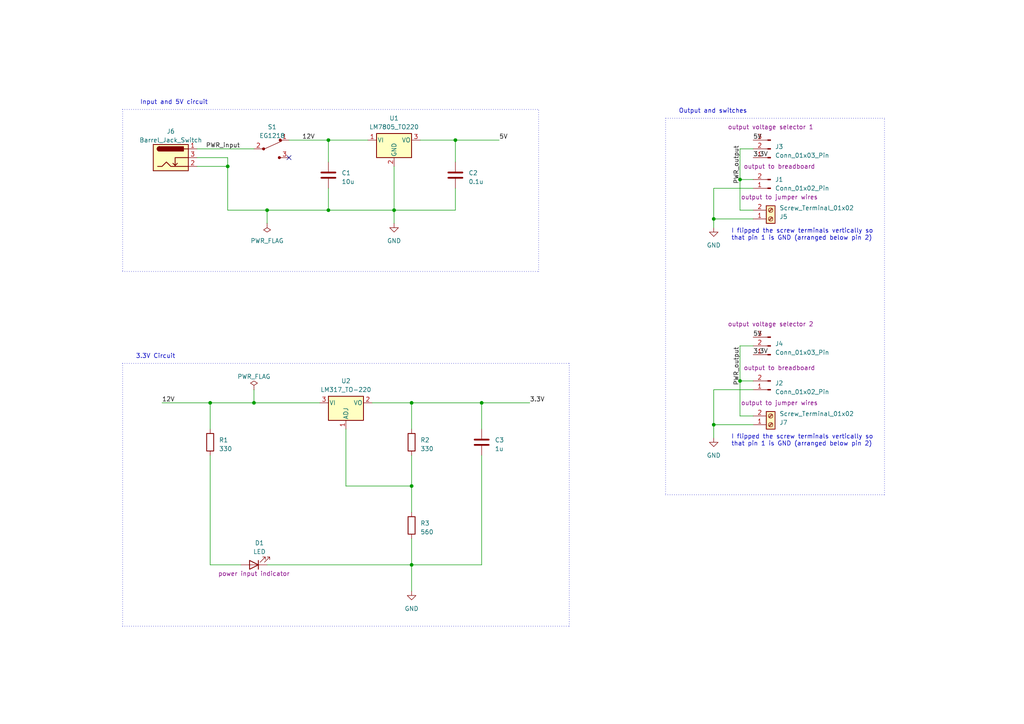
<source format=kicad_sch>
(kicad_sch (version 20230121) (generator eeschema)
  (paper "A4")
  (title_block (title "Learning KiCad") (date "2023-05-25") (rev "1") (company "Blackmorph Technologies"))
  (lib_symbols
    (symbol "Connector:Barrel_Jack_Switch" (pin_names hide)
      (property "Reference" "J" (at 0 5.334 0))
      (property "Value" "Barrel_Jack_Switch" (at 0 -5.08 0))
      (symbol "Barrel_Jack_Switch_0_1"
        (rectangle (start -5.08 3.81) (end 5.08 -3.81) (stroke (width 0.254)) (fill (type background)))
        (arc (start -3.302 3.175) (mid -3.9343 2.54) (end -3.302 1.905) (stroke (width 0.254)))
        (arc (start -3.302 3.175) (mid -3.9343 2.54) (end -3.302 1.905) (stroke (width 0.254)) (fill (type outline)))
        (polyline (pts (xy 1.27 -2.286) (xy 1.905 -1.651)) (stroke (width 0.254)))
        (polyline (pts (xy 5.08 2.54) (xy 3.81 2.54)) (stroke (width 0.254)))
        (polyline (pts (xy 5.08 0) (xy 1.27 0) (xy 1.27 -2.286) (xy 0.635 -1.651)) (stroke (width 0.254)))
        (polyline (pts (xy -3.81 -2.54) (xy -2.54 -2.54) (xy -1.27 -1.27) (xy 0 -2.54) (xy 2.54 -2.54) (xy 5.08 -2.54)) (stroke (width 0.254)))
        (rectangle (start 3.683 3.175) (end -3.302 1.905) (stroke (width 0.254)) (fill (type outline)))
      )
      (symbol "Barrel_Jack_Switch_1_1"
        (pin passive line (at 7.62 2.54 180) (length 2.54) (name "~") (number "1"))
        (pin passive line (at 7.62 -2.54 180) (length 2.54) (name "~") (number "2"))
        (pin passive line (at 7.62 0 180) (length 2.54) (name "~") (number "3"))
      )
    )
    (symbol "Connector:Conn_01x02_Pin" (pin_names (offset 1.016) hide)
      (property "Reference" "J" (at 0 2.54 0))
      (property "Value" "Conn_01x02_Pin" (at 0 -5.08 0))
      (symbol "Conn_01x02_Pin_1_1"
        (polyline (pts (xy 1.27 -2.54) (xy 0.8636 -2.54)) (stroke (width 0.1524)))
        (polyline (pts (xy 1.27 0) (xy 0.8636 0)) (stroke (width 0.1524)))
        (rectangle (start 0.8636 -2.413) (end 0 -2.667) (stroke (width 0.1524)) (fill (type outline)))
        (rectangle (start 0.8636 0.127) (end 0 -0.127) (stroke (width 0.1524)) (fill (type outline)))
        (pin passive line (at 5.08 0 180) (length 3.81) (name "Pin_1") (number "1"))
        (pin passive line (at 5.08 -2.54 180) (length 3.81) (name "Pin_2") (number "2"))
      )
    )
    (symbol "Connector:Conn_01x03_Pin" (pin_names (offset 1.016) hide)
      (property "Reference" "J" (at 0 5.08 0))
      (property "Value" "Conn_01x03_Pin" (at 0 -5.08 0))
      (symbol "Conn_01x03_Pin_1_1"
        (polyline (pts (xy 1.27 -2.54) (xy 0.8636 -2.54)) (stroke (width 0.1524)))
        (polyline (pts (xy 1.27 0) (xy 0.8636 0)) (stroke (width 0.1524)))
        (polyline (pts (xy 1.27 2.54) (xy 0.8636 2.54)) (stroke (width 0.1524)))
        (rectangle (start 0.8636 -2.413) (end 0 -2.667) (stroke (width 0.1524)) (fill (type outline)))
        (rectangle (start 0.8636 0.127) (end 0 -0.127) (stroke (width 0.1524)) (fill (type outline)))
        (rectangle (start 0.8636 2.667) (end 0 2.413) (stroke (width 0.1524)) (fill (type outline)))
        (pin passive line (at 5.08 2.54 180) (length 3.81) (name "Pin_1") (number "1"))
        (pin passive line (at 5.08 0 180) (length 3.81) (name "Pin_2") (number "2"))
        (pin passive line (at 5.08 -2.54 180) (length 3.81) (name "Pin_3") (number "3"))
      )
    )
    (symbol "Connector:Screw_Terminal_01x02" (pin_names (offset 1.016) hide)
      (property "Reference" "J" (at 0 2.54 0))
      (property "Value" "Screw_Terminal_01x02" (at 0 -5.08 0))
      (symbol "Screw_Terminal_01x02_1_1"
        (rectangle (start -1.27 1.27) (end 1.27 -3.81) (stroke (width 0.254)) (fill (type background)))
        (circle (center 0 -2.54) (radius 0.635) (stroke (width 0.1524)))
        (polyline (pts (xy -0.5334 -2.2098) (xy 0.3302 -3.048)) (stroke (width 0.1524)))
        (polyline (pts (xy -0.5334 0.3302) (xy 0.3302 -0.508)) (stroke (width 0.1524)))
        (polyline (pts (xy -0.3556 -2.032) (xy 0.508 -2.8702)) (stroke (width 0.1524)))
        (polyline (pts (xy -0.3556 0.508) (xy 0.508 -0.3302)) (stroke (width 0.1524)))
        (circle (center 0 0) (radius 0.635) (stroke (width 0.1524)))
        (pin passive line (at -5.08 0 0) (length 3.81) (name "Pin_1") (number "1"))
        (pin passive line (at -5.08 -2.54 0) (length 3.81) (name "Pin_2") (number "2"))
      )
    )
    (symbol "Device:C" (pin_numbers hide) (pin_names (offset 0.254))
      (property "Reference" "C" (at 0.635 2.54 0))
      (property "Value" "C" (at 0.635 -2.54 0))
      (symbol "C_0_1"
        (polyline (pts (xy -2.032 -0.762) (xy 2.032 -0.762)) (stroke (width 0.508)))
        (polyline (pts (xy -2.032 0.762) (xy 2.032 0.762)) (stroke (width 0.508)))
      )
      (symbol "C_1_1"
        (pin passive line (at 0 3.81 270) (length 2.794) (name "~") (number "1"))
        (pin passive line (at 0 -3.81 90) (length 2.794) (name "~") (number "2"))
      )
    )
    (symbol "Device:LED" (pin_numbers hide) (pin_names (offset 1.016) hide)
      (property "Reference" "D" (at 0 2.54 0))
      (property "Value" "LED" (at 0 -2.54 0))
      (symbol "LED_0_1"
        (polyline (pts (xy -1.27 -1.27) (xy -1.27 1.27)) (stroke (width 0.254)))
        (polyline (pts (xy -1.27 0) (xy 1.27 0)))
        (polyline (pts (xy 1.27 -1.27) (xy 1.27 1.27) (xy -1.27 0) (xy 1.27 -1.27)) (stroke (width 0.254)))
        (polyline (pts (xy -3.048 -0.762) (xy -4.572 -2.286) (xy -3.81 -2.286) (xy -4.572 -2.286) (xy -4.572 -1.524)))
        (polyline (pts (xy -1.778 -0.762) (xy -3.302 -2.286) (xy -2.54 -2.286) (xy -3.302 -2.286) (xy -3.302 -1.524)))
      )
      (symbol "LED_1_1"
        (pin passive line (at -3.81 0 0) (length 2.54) (name "K") (number "1"))
        (pin passive line (at 3.81 0 180) (length 2.54) (name "A") (number "2"))
      )
    )
    (symbol "Device:R" (pin_numbers hide) (pin_names (offset 0))
      (property "Reference" "R" (at 2.032 0 90))
      (property "Value" "R" (at 0 0 90))
      (symbol "R_0_1"
        (rectangle (start -1.016 -2.54) (end 1.016 2.54) (stroke (width 0.254)))
      )
      (symbol "R_1_1"
        (pin passive line (at 0 3.81 270) (length 1.27) (name "~") (number "1"))
        (pin passive line (at 0 -3.81 90) (length 1.27) (name "~") (number "2"))
      )
    )
    (symbol "Regulator_Linear:LM317_TO-220" (pin_names (offset 0.254))
      (property "Reference" "U" (at -3.81 3.175 0))
      (property "Value" "LM317_TO-220" (at 0 3.175 0))
      (symbol "LM317_TO-220_0_1"
        (rectangle (start -5.08 1.905) (end 5.08 -5.08) (stroke (width 0.254)) (fill (type background)))
      )
      (symbol "LM317_TO-220_1_1"
        (pin input line (at 0 -7.62 90) (length 2.54) (name "ADJ") (number "1"))
        (pin power_out line (at 7.62 0 180) (length 2.54) (name "VO") (number "2"))
        (pin power_in line (at -7.62 0 0) (length 2.54) (name "VI") (number "3"))
      )
    )
    (symbol "Regulator_Linear:LM7805_TO220" (pin_names (offset 0.254))
      (property "Reference" "U" (at -3.81 3.175 0))
      (property "Value" "LM7805_TO220" (at 0 3.175 0))
      (symbol "LM7805_TO220_0_1"
        (rectangle (start -5.08 1.905) (end 5.08 -5.08) (stroke (width 0.254)) (fill (type background)))
      )
      (symbol "LM7805_TO220_1_1"
        (pin power_in line (at -7.62 0 0) (length 2.54) (name "VI") (number "1"))
        (pin power_in line (at 0 -7.62 90) (length 2.54) (name "GND") (number "2"))
        (pin power_out line (at 7.62 0 180) (length 2.54) (name "VO") (number "3"))
      )
    )
    (symbol "dk_Slide-Switches:EG1218" (pin_names (offset 0))
      (property "Reference" "S" (at -3.81 2.286 0))
      (property "Value" "EG1218" (at 0 -5.334 0))
      (symbol "EG1218_0_1"
        (circle (center -2.286 0) (radius 0.3556) (fill (type outline)))
        (polyline (pts (xy -2.032 0) (xy 3.048 2.286)))
        (circle (center 2.286 -2.54) (radius 0.3556) (fill (type outline)))
        (circle (center 2.54 2.54) (radius 0.3556) (fill (type outline)))
      )
      (symbol "EG1218_1_1"
        (pin passive line (at 5.08 2.54 180) (length 2.54) (name "~") (number "1"))
        (pin passive line (at -5.08 0 0) (length 2.54) (name "~") (number "2"))
        (pin passive line (at 5.08 -2.54 180) (length 2.54) (name "~") (number "3"))
      )
    )
    (symbol "power:GND" (power) (pin_names (offset 0))
      (property "Value" "GND" (at 0 -3.81 0))
      (symbol "GND_0_1"
        (polyline (pts (xy 0 0) (xy 0 -1.27) (xy 1.27 -1.27) (xy 0 -2.54) (xy -1.27 -1.27) (xy 0 -1.27)))
      )
      (symbol "GND_1_1"
        (pin power_in line (at 0 0 270) (length 0) hide (name "GND") (number "1"))
      )
    )
    (symbol "power:PWR_FLAG" (power) (pin_numbers hide) (pin_names (offset 0) hide)
      (property "Value" "PWR_FLAG" (at 0 3.81 0))
      (symbol "PWR_FLAG_0_0"
        (pin power_out line (at 0 0 90) (length 0) (name "pwr") (number "1"))
      )
      (symbol "PWR_FLAG_0_1"
        (polyline (pts (xy 0 0) (xy 0 1.27) (xy -1.016 1.905) (xy 0 2.54) (xy 1.016 1.905) (xy 0 1.27)))
      )
    )
  )
  (junction (at 119.38 163.83))
  (junction (at 60.96 116.84))
  (junction (at 114.3 60.96))
  (junction (at 207.01 63.5))
  (junction (at 214.63 110.49))
  (junction (at 95.25 60.96))
  (junction (at 119.38 140.97))
  (junction (at 132.08 40.64))
  (junction (at 139.7 116.84))
  (junction (at 95.25 40.64))
  (junction (at 77.47 60.96))
  (junction (at 73.66 116.84))
  (junction (at 207.01 123.19))
  (junction (at 119.38 116.84))
  (junction (at 214.63 52.07))
  (junction (at 66.04 48.26))
  (no_connect (at 83.82 45.72))
  (wire (pts (xy 119.38 116.84) (xy 139.7 116.84)))
  (polyline (pts (xy 165.1 181.61) (xy 165.1 105.41)) (stroke (width 0) (type dot)))
  (wire (pts (xy 95.25 60.96) (xy 114.3 60.96)))
  (wire (pts (xy 207.01 66.04) (xy 207.01 63.5)))
  (wire (pts (xy 218.44 100.33) (xy 214.63 100.33)))
  (wire (pts (xy 57.15 48.26) (xy 66.04 48.26)))
  (wire (pts (xy 95.25 40.64) (xy 95.25 46.99)))
  (wire (pts (xy 100.33 140.97) (xy 119.38 140.97)))
  (wire (pts (xy 139.7 116.84) (xy 153.67 116.84)))
  (polyline (pts (xy 256.54 34.29) (xy 193.04 34.29)) (stroke (width 0) (type dot)))
  (wire (pts (xy 107.95 116.84) (xy 119.38 116.84)))
  (wire (pts (xy 218.44 113.03) (xy 207.01 113.03)))
  (wire (pts (xy 218.44 52.07) (xy 214.63 52.07)))
  (wire (pts (xy 132.08 40.64) (xy 132.08 46.99)))
  (polyline (pts (xy 156.21 78.74) (xy 156.21 31.75)) (stroke (width 0) (type dot)))
  (wire (pts (xy 46.99 116.84) (xy 60.96 116.84)))
  (wire (pts (xy 60.96 116.84) (xy 60.96 124.46)))
  (polyline (pts (xy 193.04 34.29) (xy 193.04 143.51)) (stroke (width 0) (type dot)))
  (wire (pts (xy 214.63 110.49) (xy 218.44 110.49)))
  (wire (pts (xy 214.63 100.33) (xy 214.63 110.49)))
  (polyline (pts (xy 35.56 105.41) (xy 165.1 105.41)) (stroke (width 0) (type dot)))
  (wire (pts (xy 66.04 48.26) (xy 66.04 60.96)))
  (wire (pts (xy 207.01 123.19) (xy 218.44 123.19)))
  (wire (pts (xy 95.25 40.64) (xy 106.68 40.64)))
  (wire (pts (xy 114.3 48.26) (xy 114.3 60.96)))
  (wire (pts (xy 119.38 116.84) (xy 119.38 124.46)))
  (polyline (pts (xy 35.56 31.75) (xy 35.56 78.74)) (stroke (width 0) (type dot)))
  (wire (pts (xy 207.01 113.03) (xy 207.01 123.19)))
  (wire (pts (xy 214.63 120.65) (xy 218.44 120.65)))
  (wire (pts (xy 132.08 60.96) (xy 114.3 60.96)))
  (wire (pts (xy 119.38 156.21) (xy 119.38 163.83)))
  (wire (pts (xy 207.01 63.5) (xy 218.44 63.5)))
  (wire (pts (xy 60.96 163.83) (xy 69.85 163.83)))
  (wire (pts (xy 57.15 43.18) (xy 73.66 43.18)))
  (wire (pts (xy 214.63 43.18) (xy 214.63 52.07)))
  (wire (pts (xy 77.47 60.96) (xy 77.47 64.77)))
  (wire (pts (xy 66.04 45.72) (xy 66.04 48.26)))
  (wire (pts (xy 73.66 113.03) (xy 73.66 116.84)))
  (wire (pts (xy 214.63 60.96) (xy 218.44 60.96)))
  (wire (pts (xy 121.92 40.64) (xy 132.08 40.64)))
  (wire (pts (xy 119.38 140.97) (xy 119.38 148.59)))
  (wire (pts (xy 132.08 40.64) (xy 144.78 40.64)))
  (wire (pts (xy 139.7 116.84) (xy 139.7 124.46)))
  (polyline (pts (xy 35.56 78.74) (xy 156.21 78.74)) (stroke (width 0) (type dot)))
  (wire (pts (xy 114.3 60.96) (xy 114.3 64.77)))
  (polyline (pts (xy 35.56 31.75) (xy 156.21 31.75)) (stroke (width 0) (type dot)))
  (wire (pts (xy 132.08 54.61) (xy 132.08 60.96)))
  (wire (pts (xy 57.15 45.72) (xy 66.04 45.72)))
  (wire (pts (xy 66.04 60.96) (xy 77.47 60.96)))
  (wire (pts (xy 214.63 52.07) (xy 214.63 60.96)))
  (polyline (pts (xy 256.54 143.51) (xy 256.54 34.29)) (stroke (width 0) (type dot)))
  (wire (pts (xy 139.7 163.83) (xy 119.38 163.83)))
  (wire (pts (xy 95.25 54.61) (xy 95.25 60.96)))
  (wire (pts (xy 73.66 116.84) (xy 92.71 116.84)))
  (polyline (pts (xy 35.56 105.41) (xy 35.56 181.61)) (stroke (width 0) (type dot)))
  (wire (pts (xy 214.63 110.49) (xy 214.63 120.65)))
  (wire (pts (xy 77.47 60.96) (xy 95.25 60.96)))
  (wire (pts (xy 119.38 132.08) (xy 119.38 140.97)))
  (wire (pts (xy 83.82 40.64) (xy 95.25 40.64)))
  (wire (pts (xy 60.96 116.84) (xy 73.66 116.84)))
  (polyline (pts (xy 35.56 181.61) (xy 165.1 181.61)) (stroke (width 0) (type dot)))
  (wire (pts (xy 119.38 163.83) (xy 119.38 171.45)))
  (wire (pts (xy 100.33 124.46) (xy 100.33 140.97)))
  (wire (pts (xy 218.44 43.18) (xy 214.63 43.18)))
  (wire (pts (xy 60.96 132.08) (xy 60.96 163.83)))
  (wire (pts (xy 207.01 54.61) (xy 218.44 54.61)))
  (wire (pts (xy 207.01 127) (xy 207.01 123.19)))
  (wire (pts (xy 77.47 163.83) (xy 119.38 163.83)))
  (wire (pts (xy 207.01 54.61) (xy 207.01 63.5)))
  (polyline (pts (xy 193.04 143.51) (xy 256.54 143.51)) (stroke (width 0) (type dot)))
  (wire (pts (xy 139.7 132.08) (xy 139.7 163.83)))
  (text "Input and 5V circuit" (at 40.64 30.48 0) (effects (font (size 1.27 1.27)) (justify left bottom)))
  (text "3.3V Circuit" (at 39.37 104.14 0) (effects (font (size 1.27 1.27)) (justify left bottom)))
  (text "I flipped the screw terminals vertically so \nthat pin 1 is GND (arranged below pin 2)" (at 212.09 69.85 0) (effects (font (size 1.27 1.27)) (justify left bottom)))
  (text "I flipped the screw terminals vertically so \nthat pin 1 is GND (arranged below pin 2)" (at 212.09 129.54 0) (effects (font (size 1.27 1.27)) (justify left bottom)))
  (text "Output and switches" (at 196.85 33.02 0) (effects (font (size 1.27 1.27)) (justify left bottom)))
  (label "12V" (at 87.63 40.64 0))
  (label "PWR_output" (at 214.63 111.76 90))
  (label "12V" (at 46.99 116.84 0))
  (label "3.3V" (at 153.67 116.84 0))
  (label "5V" (at 218.44 40.64 0))
  (label "5V" (at 218.44 97.79 0))
  (label "PWR_output" (at 214.63 53.34 90))
  (label "5V" (at 144.78 40.64 0))
  (label "3.3V" (at 218.44 102.87 0))
  (label "3.3V" (at 218.44 45.72 0))
  (label "PWR_input" (at 59.69 43.18 0))
  (symbol (lib_id "Connector:Conn_01x03_Pin") (at 223.52 43.18 180) (unit 1)
    (property "Reference" "J3" (at 224.79 42.545 0) (effects (justify right)))
    (property "Value" "Conn_01x03_Pin" (at 224.79 45.085 0) (effects (justify right)))
    (property "Footprint" "Connector_PinHeader_2.54mm:PinHeader_1x03_P2.54mm_Vertical" (effects hide))
    (property "Purpose" "output voltage selector 1" (at 223.52 36.83 0))
  )
  (symbol (lib_id "Device:R") (at 119.38 152.4 180) (unit 1)
    (property "Reference" "R3" (at 121.92 151.765 0) (effects (justify right)))
    (property "Value" "560" (at 121.92 154.305 0) (effects (justify right)))
    (property "Footprint" "Resistor_THT:R_Axial_DIN0204_L3.6mm_D1.6mm_P7.62mm_Horizontal" (effects hide))
  )
  (symbol (lib_id "Device:R") (at 60.96 128.27 180) (unit 1)
    (property "Reference" "R1" (at 63.5 127.635 0) (effects (justify right)))
    (property "Value" "330" (at 63.5 130.175 0) (effects (justify right)))
    (property "Footprint" "Resistor_THT:R_Axial_DIN0204_L3.6mm_D1.6mm_P7.62mm_Horizontal" (effects hide))
  )
  (symbol (lib_id "Device:C") (at 95.25 50.8 0) (unit 1)
    (property "Reference" "C1" (at 99.06 50.165 0) (effects (justify left)))
    (property "Value" "10u" (at 99.06 52.705 0) (effects (justify left)))
    (property "Footprint" "Capacitor_THT:C_Disc_D3.0mm_W1.6mm_P2.50mm" (effects hide))
  )
  (symbol (lib_id "Connector:Conn_01x03_Pin") (at 223.52 100.33 180) (unit 1)
    (property "Reference" "J4" (at 224.79 99.695 0) (effects (justify right)))
    (property "Value" "Conn_01x03_Pin" (at 224.79 102.235 0) (effects (justify right)))
    (property "Footprint" "Connector_PinHeader_2.54mm:PinHeader_1x03_P2.54mm_Vertical" (effects hide))
    (property "Purpose" "output voltage selector 2" (at 223.52 93.98 0))
  )
  (symbol (lib_id "Regulator_Linear:LM317_TO-220") (at 100.33 116.84 0) (unit 1)
    (property "Reference" "U2" (at 100.33 110.49 0))
    (property "Value" "LM317_TO-220" (at 100.33 113.03 0))
    (property "Footprint" "Package_TO_SOT_THT:TO-220-3_Vertical" (effects hide))
    (property "Datasheet" "http://www.ti.com/lit/ds/symlink/lm317.pdf" (effects hide))
  )
  (symbol (lib_id "power:PWR_FLAG") (at 77.47 64.77 180) (unit 1)
    (property "Reference" "#FLG01" (effects hide))
    (property "Value" "PWR_FLAG" (at 77.47 69.85 0))
  )
  (symbol (lib_id "Connector:Screw_Terminal_01x02") (at 223.52 123.19 0) (mirror x) (unit 1)
    (property "Reference" "J7" (at 226.06 122.555 0) (effects (justify left)))
    (property "Value" "Screw_Terminal_01x02" (at 226.06 120.015 0) (effects (justify left)))
    (property "Footprint" "TerminalBlock:TerminalBlock_bornier-2_P5.08mm" (effects hide))
    (property "Purpose" "output to jumper wires" (at 226.06 116.84 0))
  )
  (symbol (lib_id "Device:LED") (at 73.66 163.83 180) (unit 1)
    (property "Reference" "D1" (at 75.2475 157.48 0))
    (property "Value" "LED" (at 75.2475 160.02 0))
    (property "Footprint" "LED_THT:LED_D5.0mm" (effects hide))
    (property "Purpose" "power input indicator" (at 73.66 166.37 0))
  )
  (symbol (lib_id "Connector:Screw_Terminal_01x02") (at 223.52 63.5 0) (mirror x) (unit 1)
    (property "Reference" "J5" (at 226.06 62.865 0) (effects (justify left)))
    (property "Value" "Screw_Terminal_01x02" (at 226.06 60.325 0) (effects (justify left)))
    (property "Footprint" "TerminalBlock:TerminalBlock_bornier-2_P5.08mm" (effects hide))
    (property "Purpose" "output to jumper wires" (at 226.06 57.15 0))
  )
  (symbol (lib_id "power:GND") (at 207.01 127 0) (unit 1)
    (property "Reference" "#PWR04" (effects hide))
    (property "Value" "GND" (at 207.01 132.08 0))
  )
  (symbol (lib_id "Connector:Conn_01x02_Pin") (at 223.52 113.03 180) (unit 1)
    (property "Reference" "J2" (at 224.79 111.125 0) (effects (justify right)))
    (property "Value" "Conn_01x02_Pin" (at 224.79 113.665 0) (effects (justify right)))
    (property "Footprint" "Connector_PinHeader_2.54mm:PinHeader_1x02_P2.54mm_Vertical" (effects hide))
    (property "Purpose" "output to breadboard" (at 226.06 106.68 0))
  )
  (symbol (lib_id "power:GND") (at 119.38 171.45 0) (unit 1)
    (property "Reference" "#PWR02" (effects hide))
    (property "Value" "GND" (at 119.38 176.53 0))
  )
  (symbol (lib_id "power:GND") (at 207.01 66.04 0) (unit 1)
    (property "Reference" "#PWR03" (effects hide))
    (property "Value" "GND" (at 207.01 71.12 0))
  )
  (symbol (lib_id "Connector:Conn_01x02_Pin") (at 223.52 54.61 180) (unit 1)
    (property "Reference" "J1" (at 224.79 52.07 0) (effects (justify right)))
    (property "Value" "Conn_01x02_Pin" (at 224.79 54.61 0) (effects (justify right)))
    (property "Footprint" "Connector_PinHeader_2.54mm:PinHeader_1x02_P2.54mm_Vertical" (effects hide))
    (property "Purpose" "output to breadboard" (at 226.06 48.26 0))
  )
  (symbol (lib_id "Device:C") (at 139.7 128.27 0) (unit 1)
    (property "Reference" "C3" (at 143.51 127.635 0) (effects (justify left)))
    (property "Value" "1u" (at 143.51 130.175 0) (effects (justify left)))
    (property "Footprint" "Capacitor_THT:C_Disc_D3.0mm_W1.6mm_P2.50mm" (effects hide))
  )
  (symbol (lib_id "power:PWR_FLAG") (at 73.66 113.03 0) (unit 1)
    (property "Reference" "#FLG02" (effects hide))
    (property "Value" "PWR_FLAG" (at 73.66 109.22 0))
  )
  (symbol (lib_id "Device:C") (at 132.08 50.8 0) (unit 1)
    (property "Reference" "C2" (at 135.89 50.165 0) (effects (justify left)))
    (property "Value" "0.1u" (at 135.89 52.705 0) (effects (justify left)))
    (property "Footprint" "Capacitor_THT:C_Disc_D3.0mm_W1.6mm_P2.50mm" (effects hide))
  )
  (symbol (lib_id "Device:R") (at 119.38 128.27 180) (unit 1)
    (property "Reference" "R2" (at 121.92 127.635 0) (effects (justify right)))
    (property "Value" "330" (at 121.92 130.175 0) (effects (justify right)))
    (property "Footprint" "Resistor_THT:R_Axial_DIN0204_L3.6mm_D1.6mm_P7.62mm_Horizontal" (effects hide))
  )
  (symbol (lib_id "Regulator_Linear:LM7805_TO220") (at 114.3 40.64 0) (unit 1)
    (property "Reference" "U1" (at 114.3 34.29 0))
    (property "Value" "LM7805_TO220" (at 114.3 36.83 0))
    (property "Footprint" "Package_TO_SOT_THT:TO-220-3_Vertical" (effects hide))
    (property "Datasheet" "https://www.onsemi.cn/PowerSolutions/document/MC7800-D.PDF" (effects hide))
  )
  (symbol (lib_id "power:GND") (at 114.3 64.77 0) (unit 1)
    (property "Reference" "#PWR01" (effects hide))
    (property "Value" "GND" (at 114.3 69.85 0))
  )
  (symbol (lib_id "Connector:Barrel_Jack_Switch") (at 49.53 45.72 0) (unit 1)
    (property "Reference" "J6" (at 49.53 38.1 0))
    (property "Value" "Barrel_Jack_Switch" (at 49.53 40.64 0))
    (property "Footprint" "Connector_BarrelJack:BarrelJack_Horizontal" (effects hide))
  )
  (symbol (lib_id "dk_Slide-Switches:EG1218") (at 78.74 43.18 0) (unit 1)
    (property "Reference" "S1" (at 78.9432 36.83 0))
    (property "Value" "EG1218" (at 78.9432 39.37 0))
    (property "Footprint" "digikey-footprints:Switch_Slide_11.6x4mm_EG1218" (effects hide))
    (property "Datasheet" "http://spec_sheets.e-switch.com/specs/P040040.pdf" (effects hide))
    (property "Digi-Key_PN" "EG1903-ND" (effects hide))
    (property "MPN" "EG1218" (effects hide))
    (property "Category" "Switches" (effects hide))
    (property "Family" "Slide Switches" (effects hide))
    (property "DK_Datasheet_Link" "http://spec_sheets.e-switch.com/specs/P040040.pdf" (effects hide))
    (property "DK_Detail_Page" "/product-detail/en/e-switch/EG1218/EG1903-ND/101726" (effects hide))
    (property "Description" "SWITCH SLIDE SPDT 200MA 30V" (effects hide))
    (property "Manufacturer" "E-Switch" (effects hide))
    (property "Status" "Active" (effects hide))
  )
)
</source>
